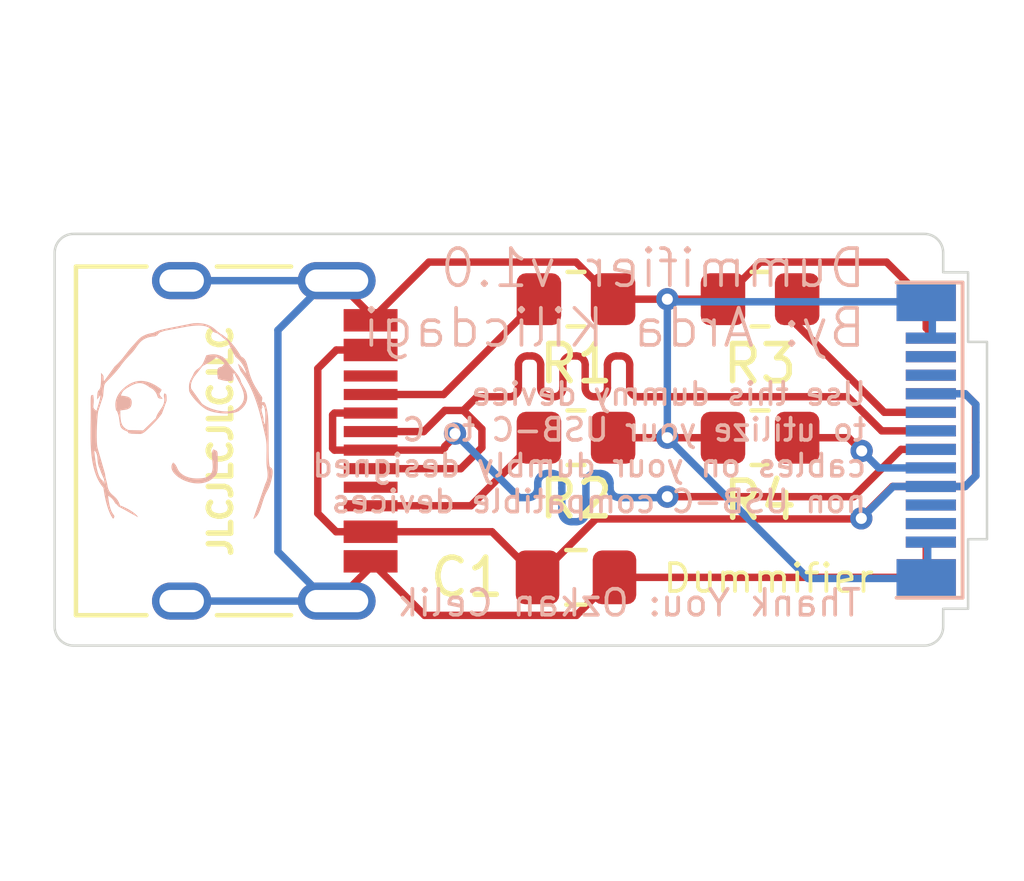
<source format=kicad_pcb>
(kicad_pcb (version 20240108) (generator "pcbnew") (generator_version "8.0")
  (layers (0 "F.Cu" signal) (31 "B.Cu" signal) (34 "B.Paste" user) (35 "F.Paste" user) (36 "B.SilkS" user "B.Silkscreen") (37 "F.SilkS" user "F.Silkscreen") (38 "B.Mask" user) (39 "F.Mask" user) (44 "Edge.Cuts" user))
  (net 0 "")
  (net 1 "Net-(C1-Pad1)")
  (net 2 "GND")
  (net 3 "Net-(J1-D--PadA7)")
  (net 5 "Net-(J1-D+-PadA6)")
  (net 6 "Net-(J1-CC1)")
  (net 7 "Net-(J1-CC2)")
  (net 12 "Net-(j2-VCONN)")
  (net 17 "Net-(j2-CC)")
  (footprint "Resistor_SMD:R_0805_2012Metric_Pad1.20x1.40mm_HandSolder" (layer "F.Cu") (at 34.5375 21.5 180)
    (property "Reference" "R1")
    (property "Value" "5.1K")
  )
  (footprint "Capacitor_SMD:C_0805_2012Metric_Pad1.18x1.45mm_HandSolder" (layer "F.Cu") (at 34.5375 29)
    (property "Reference" "C1")
    (property "Value" "100nf")
  )
  (footprint "dummifier:CONN_USBC-PLUG_24_PIN-2" (layer "F.Cu") (at 44.95 25.33 90)
    (property "Reference" "j2" (hide yes))
    (property "Value" "usb-c-plug-male-24p")
  )
  (footprint "Resistor_SMD:R_0805_2012Metric_Pad1.20x1.40mm_HandSolder" (layer "F.Cu") (at 34.5375 25.235 180)
    (property "Reference" "R2")
    (property "Value" "5.1K")
  )
  (footprint "Resistor_SMD:R_0805_2012Metric_Pad1.20x1.40mm_HandSolder" (layer "F.Cu") (at 39.5 21.5)
    (property "Reference" "R3")
    (property "Value" "56K")
  )
  (footprint "Resistor_SMD:R_0805_2012Metric_Pad1.20x1.40mm_HandSolder" (layer "F.Cu") (at 39.5 25.235)
    (property "Reference" "R4")
    (property "Value" "56K")
  )
  (footprint "Connector_USB:USB_C_Receptacle_HRO_TYPE-C-31-M-12" (layer "F.Cu") (at 24.955 25.32 -90)
    (property "Reference" "J1" (hide yes))
    (property "Value" "USB_C_Receptacle_USB2.0_16P")
  )
  (gr_poly (pts (xy 24.352538 22.145233) (xy 24.396154 22.147342) (xy 24.438627 22.151301) (xy 24.479992 22.157209) (xy 24.520286 22.165165) (xy 24.559544 22.175268) (xy 24.597801 22.187615) (xy 24.635094 22.202306) (xy 24.671457 22.21944) (xy 24.706927 22.239114) (xy 24.741539 22.261427) (xy 24.775329 22.286479) (xy 24.808333 22.314367) (xy 24.840586 22.34519) (xy 24.950926 22.430477) (xy 24.950884 22.430518) (xy 24.992008 22.453895) (xy 25.033176 22.481302) (xy 25.07419 22.512298) (xy 25.114852 22.546446) (xy 25.154965 22.583305) (xy 25.194331 22.622437) (xy 25.232753 22.663403) (xy 25.270033 22.705762) (xy 25.305973 22.749077) (xy 25.340377 22.792907) (xy 25.373045 22.836813) (xy 25.403781 22.880357) (xy 25.432388 22.923099) (xy 25.458666 22.964599) (xy 25.48242 23.004419) (xy 25.50345 23.042119) (xy 25.525573 23.052674) (xy 25.545625 23.064412) (xy 25.56376 23.07733) (xy 25.58013 23.09142) (xy 25.594887 23.106679) (xy 25.608184 23.123099) (xy 25.620173 23.140677) (xy 25.631007 23.159405) (xy 25.649818 23.200295) (xy 25.665837 23.245724) (xy 25.694374 23.350028) (xy 25.726372 23.471966) (xy 25.746717 23.539439) (xy 25.771585 23.611189) (xy 25.802195 23.687173) (xy 25.839768 23.767347) (xy 25.885521 23.851667) (xy 25.940674 23.94009) (xy 25.94779 23.950936) (xy 25.95391 23.960545) (xy 25.959311 23.969264) (xy 25.96427 23.977442) (xy 25.973963 23.993564) (xy 25.97925 24.002203) (xy 25.985199 24.011693) (xy 26.002348 24.037939) (xy 26.017563 24.060115) (xy 26.042455 24.09464) (xy 26.052267 24.108179) (xy 26.06041 24.120028) (xy 26.066951 24.130783) (xy 26.071958 24.141039) (xy 26.073907 24.146166) (xy 26.075496 24.151391) (xy 26.076736 24.156789) (xy 26.077633 24.162434) (xy 26.078196 24.1684) (xy 26.078434 24.174763) (xy 26.077966 24.188973) (xy 26.076296 24.205659) (xy 26.073491 24.225416) (xy 26.064739 24.276524) (xy 26.072365 24.278069) (xy 26.08027 24.277303) (xy 26.096933 24.272733) (xy 26.105699 24.270872) (xy 26.114759 24.27059) (xy 26.124118 24.27286) (xy 26.12891 24.275256) (xy 26.133779 24.278653) (xy 26.138724 24.283175) (xy 26.143746 24.288943) (xy 26.154023 24.3047) (xy 26.164614 24.326898) (xy 26.175523 24.356508) (xy 26.186753 24.394503) (xy 26.19831 24.441854) (xy 26.210195 24.499535) (xy 26.222414 24.568517) (xy 26.231299 24.637257) (xy 26.237904 24.719317) (xy 26.245648 24.914498) (xy 26.248394 25.136256) (xy 26.248888 25.366783) (xy 26.249876 25.588277) (xy 26.254104 25.782931) (xy 26.258292 25.864629) (xy 26.264319 25.932941) (xy 26.27253 25.98564) (xy 26.283268 26.0205) (xy 26.28709 26.025358) (xy 26.292973 26.029448) (xy 26.308952 26.038207) (xy 26.318063 26.044316) (xy 26.327265 26.052536) (xy 26.336065 26.063589) (xy 26.343973 26.078192) (xy 26.350493 26.097067) (xy 26.355136 26.120932) (xy 26.357408 26.150508) (xy 26.356816 26.186514) (xy 26.352869 26.229669) (xy 26.345073 26.280694) (xy 26.332938 26.340309) (xy 26.315969 26.409232) (xy 26.306565 26.443366) (xy 26.297388 26.47401) (xy 26.288388 26.501561) (xy 26.279515 26.52642) (xy 26.270719 26.548985) (xy 26.261951 26.569655) (xy 26.253159 26.58883) (xy 26.244294 26.606909) (xy 26.226145 26.641374) (xy 26.207104 26.676244) (xy 26.18677 26.714711) (xy 26.175993 26.736292) (xy 26.164743 26.75997) (xy 26.145288 26.805079) (xy 26.127374 26.852079) (xy 26.110637 26.900469) (xy 26.094714 26.949747) (xy 26.063848 27.048966) (xy 26.048177 27.097905) (xy 26.031862 27.145729) (xy 26.014539 27.191938) (xy 25.995842 27.23603) (xy 25.975408 27.277504) (xy 25.964426 27.297103) (xy 25.952872 27.31586) (xy 25.940703 27.333712) (xy 25.927871 27.350597) (xy 25.914331 27.366452) (xy 25.900039 27.381214) (xy 25.884948 27.394821) (xy 25.869013 27.40721) (xy 25.852188 27.418318) (xy 25.834427 27.428084) (xy 26.155317 26.486539) (xy 26.17607 26.442958) (xy 26.184775 26.422324) (xy 26.192435 26.402386) (xy 26.1991 26.383086) (xy 26.204822 26.364367) (xy 26.209652 26.346173) (xy 26.213643 26.328446) (xy 26.219308 26.294165) (xy 26.222228 26.261071) (xy 26.222815 26.228705) (xy 26.221479 26.196614) (xy 26.218631 26.16434) (xy 26.214681 26.131429) (xy 26.205123 26.061868) (xy 26.200335 26.024307) (xy 26.19609 25.984284) (xy 26.192798 25.941344) (xy 26.190871 25.89503) (xy 26.190248 25.808361) (xy 26.191492 25.721902) (xy 26.194256 25.549661) (xy 26.193114 25.463904) (xy 26.191331 25.421121) (xy 26.188516 25.378405) (xy 26.184505 25.335756) (xy 26.179131 25.293176) (xy 26.172227 25.250667) (xy 26.163627 25.20823) (xy 26.112186 24.981707) (xy 26.057869 24.75613) (xy 25.998511 24.53322) (xy 25.98244 24.478438) (xy 26.057759 24.478438) (xy 26.057959 24.482486) (xy 26.060124 24.500801) (xy 26.063409 24.520032) (xy 26.067603 24.539976) (xy 26.072497 24.560428) (xy 26.094856 24.643262) (xy 26.104761 24.682446) (xy 26.108658 24.700768) (xy 26.111572 24.717972) (xy 26.113291 24.733855) (xy 26.113606 24.748213) (xy 26.113171 24.754757) (xy 26.112306 24.760844) (xy 26.110985 24.766448) (xy 26.109181 24.771543) (xy 26.110747 24.777732) (xy 26.115168 24.792995) (xy 26.121563 24.813537) (xy 26.12905 24.835565) (xy 26.132928 24.845951) (xy 26.136749 24.855285) (xy 26.140402 24.863094) (xy 26.143777 24.868904) (xy 26.145327 24.87091) (xy 26.146765 24.872239) (xy 26.148079 24.872831) (xy 26.149255 24.872626) (xy 26.150278 24.871566) (xy 26.151136 24.869591) (xy 26.151814 24.866642) (xy 26.152299 24.862659) (xy 26.157012 24.773827) (xy 26.160733 24.693491) (xy 26.159659 24.613866) (xy 26.157307 24.558267) (xy 26.155173 24.529087) (xy 26.152206 24.499963) (xy 26.148265 24.471629) (xy 26.143203 24.444818) (xy 26.136877 24.420262) (xy 26.133194 24.409059) (xy 26.129142 24.398695) (xy 26.124702 24.389262) (xy 26.119855 24.38085) (xy 26.114584 24.373552) (xy 26.108871 24.367459) (xy 26.102697 24.362664) (xy 26.096045 24.359257) (xy 26.088897 24.357329) (xy 26.081234 24.356974) (xy 26.080496 24.357099) (xy 26.079743 24.357383) (xy 26.07898 24.357815) (xy 26.078213 24.358388) (xy 26.077449 24.359091) (xy 26.076693 24.359916) (xy 26.075951 24.360853) (xy 26.075229 24.361893) (xy 26.073868 24.364246) (xy 26.072656 24.366902) (xy 26.071641 24.369785) (xy 26.070868 24.372823) (xy 26.070587 24.374377) (xy 26.070385 24.375942) (xy 26.070267 24.377509) (xy 26.070238 24.379069) (xy 26.070306 24.380612) (xy 26.070475 24.382129) (xy 26.070752 24.38361) (xy 26.071142 24.385048) (xy 26.071651 24.386432) (xy 26.072285 24.387754) (xy 26.07305 24.389003) (xy 26.073952 24.390172) (xy 26.074996 24.39125) (xy 26.076189 24.392229) (xy 26.077536 24.393099) (xy 26.079043 24.393851) (xy 26.081067 24.394887) (xy 26.082689 24.396065) (xy 26.083933 24.397381) (xy 26.084821 24.398832) (xy 26.085376 24.400416) (xy 26.085621 24.402129) (xy 26.085578 24.403969) (xy 26.085271 24.405933) (xy 26.084722 24.408016) (xy 26.083955 24.410218) (xy 26.081855 24.414963) (xy 26.079154 24.420143) (xy 26.076035 24.425735) (xy 26.069274 24.438061) (xy 26.065996 24.444749) (xy 26.063032 24.451754) (xy 26.061724 24.455369) (xy 26.060563 24.459054) (xy 26.059572 24.462807) (xy 26.058773 24.466625) (xy 26.05819 24.470505) (xy 26.057844 24.474443) (xy 26.057759 24.478438) (xy 25.98244 24.478438) (xy 25.966265 24.423305) (xy 25.931946 24.314703) (xy 25.895284 24.20763) (xy 25.856007 24.102302) (xy 25.813846 23.998933) (xy 25.768529 23.89774) (xy 25.719786 23.798938) (xy 25.667345 23.702742) (xy 25.610937 23.609368) (xy 25.55029 23.519031) (xy 25.518286 23.475038) (xy 25.509994 23.463116) (xy 25.502124 23.451157) (xy 25.498432 23.445215) (xy 25.494947 23.439326) (xy 25.491703 23.433511) (xy 25.488733 23.427791) (xy 25.483397 23.416694) (xy 25.478334 23.405482) (xy 25.468929 23.382742) (xy 25.46032 23.359618) (xy 25.452311 23.336158) (xy 25.444705 23.312412) (xy 25.437306 23.288427) (xy 25.422339 23.239936) (xy 25.439369 23.252533) (xy 25.455766 23.266189) (xy 25.471575 23.280793) (xy 25.486845 23.296233) (xy 25.501622 23.312397) (xy 25.515954 23.329175) (xy 25.529887 23.346455) (xy 25.543468 23.364125) (xy 25.645126 23.506173) (xy 25.639981 23.480289) (xy 25.633494 23.454511) (xy 25.625762 23.428913) (xy 25.616884 23.403567) (xy 25.606958 23.378549) (xy 25.596081 23.35393) (xy 25.58435 23.329784) (xy 25.571865 23.306186) (xy 25.558722 23.283207) (xy 25.545019 23.260922) (xy 25.530854 23.239404) (xy 25.516326 23.218726) (xy 25.501531 23.198962) (xy 25.486568 23.180185) (xy 25.471534 23.162468) (xy 25.456528 23.145885) (xy 25.354829 23.052248) (xy 25.200668 22.76563) (xy 25.200396 22.764656) (xy 25.200123 22.763548) (xy 25.199574 22.761002) (xy 25.198461 22.755119) (xy 25.197325 22.749189) (xy 25.196747 22.746584) (xy 25.196455 22.745438) (xy 25.196161 22.744422) (xy 25.166851 22.672033) (xy 25.162948 22.663069) (xy 25.158698 22.654841) (xy 25.154108 22.64728) (xy 25.149181 22.640317) (xy 25.143921 22.633882) (xy 25.138334 22.627905) (xy 25.132425 22.622317) (xy 25.126197 22.617049) (xy 25.119656 22.612031) (xy 25.112806 22.607194) (xy 25.105651 22.602467) (xy 25.098198 22.597782) (xy 25.065482 22.578065) (xy 24.932488 22.467477) (xy 24.93128 22.467127) (xy 24.929882 22.466558) (xy 24.926569 22.464825) (xy 24.922652 22.462393) (xy 24.918235 22.459379) (xy 24.908318 22.452074) (xy 24.897653 22.44384) (xy 24.88707 22.435611) (xy 24.877404 22.428317) (xy 24.873174 22.425312) (xy 24.869486 22.422891) (xy 24.866444 22.42117) (xy 24.865197 22.420608) (xy 24.864151 22.420266) (xy 24.847055 22.415905) (xy 24.831548 22.411489) (xy 24.817526 22.407015) (xy 24.804886 22.402482) (xy 24.793523 22.397888) (xy 24.783333 22.393231) (xy 24.774214 22.38851) (xy 24.76606 22.383724) (xy 24.758769 22.37887) (xy 24.752236 22.373947) (xy 24.746357 22.368953) (xy 24.741028 22.363887) (xy 24.731607 22.35353) (xy 24.723141 22.342865) (xy 24.705752 22.320552) (xy 24.695167 22.308879) (xy 24.689039 22.302907) (xy 24.682214 22.296843) (xy 24.67459 22.290685) (xy 24.666062 22.284432) (xy 24.656526 22.278081) (xy 24.645879 22.271632) (xy 24.634017 22.265082) (xy 24.620836 22.25843) (xy 24.606231 22.251675) (xy 24.5901 22.244814) (xy 24.565469 22.235836) (xy 24.539259 22.228316) (xy 24.482451 22.217382) (xy 24.420378 22.21148) (xy 24.353738 22.210078) (xy 24.283233 22.212646) (xy 24.209562 22.218651) (xy 24.133425 22.227563) (xy 24.055523 22.23885) (xy 23.452764 22.350895) (xy 23.320596 22.395461) (xy 23.298432 22.415723) (xy 23.281698 22.430941) (xy 23.270904 22.440605) (xy 23.268986 22.442609) (xy 23.26669 22.44555) (xy 23.261159 22.453495) (xy 23.2547 22.462946) (xy 23.251244 22.467768) (xy 23.247702 22.472407) (xy 23.244121 22.476675) (xy 23.240552 22.480384) (xy 23.238786 22.481971) (xy 23.237041 22.483349) (xy 23.235324 22.484493) (xy 23.233639 22.485382) (xy 23.231994 22.48599) (xy 23.230393 22.486296) (xy 23.228844 22.486275) (xy 23.227353 22.485905) (xy 23.225924 22.485161) (xy 23.224565 22.484021) (xy 23.223282 22.482461) (xy 23.22208 22.480458) (xy 23.221653 22.47978) (xy 23.221171 22.479276) (xy 23.220638 22.478936) (xy 23.220055 22.478753) (xy 23.219425 22.478717) (xy 23.218752 22.478821) (xy 23.218038 22.479055) (xy 23.217285 22.479412) (xy 23.216496 22.479882) (xy 23.215674 22.480457) (xy 23.213941 22.481888) (xy 23.212108 22.483638) (xy 23.210195 22.485636) (xy 23.206216 22.490109) (xy 23.202175 22.49476) (xy 23.200184 22.496981) (xy 23.198242 22.499042) (xy 23.19637 22.500875) (xy 23.194589 22.50241) (xy 23.161439 22.504363) (xy 23.129864 22.507288) (xy 23.099808 22.511146) (xy 23.071217 22.515899) (xy 23.044035 22.521506) (xy 23.018207 22.52793) (xy 22.993678 22.535132) (xy 22.970392 22.543071) (xy 22.948295 22.55171) (xy 22.927332 22.561009) (xy 22.907447 22.57093) (xy 22.888585 22.581433) (xy 22.870691 22.592478) (xy 22.853709 22.604029) (xy 22.837586 22.616044) (xy 22.822265 22.628485) (xy 22.807691 22.641314) (xy 22.79381 22.654491) (xy 22.767904 22.681734) (xy 22.744105 22.709901) (xy 22.721972 22.738681) (xy 22.641279 22.853686) (xy 22.621262 22.880207) (xy 22.600431 22.905859) (xy 22.578807 22.930931) (xy 22.556409 22.955714) (xy 22.459471 23.057756) (xy 22.40687 23.114588) (xy 22.379606 23.145471) (xy 22.351727 23.178387) (xy 22.32325 23.213626) (xy 22.294197 23.251477) (xy 22.264587 23.292231) (xy 22.23444 23.336179) (xy 22.15157 23.436337) (xy 22.080669 23.517957) (xy 22.020739 23.583552) (xy 21.970781 23.635633) (xy 21.89679 23.709304) (xy 21.870759 23.735918) (xy 21.850707 23.759068) (xy 21.835634 23.781264) (xy 21.829653 23.792791) (xy 21.824543 23.805021) (xy 21.816434 23.83285) (xy 21.810309 23.867263) (xy 21.80517 23.910772) (xy 21.800019 23.965889) (xy 21.785682 24.120999) (xy 21.653473 24.523868) (xy 21.641648 24.612808) (xy 21.63091 24.737) (xy 21.622232 24.884163) (xy 21.616587 25.042018) (xy 21.614944 25.198283) (xy 21.618278 25.340679) (xy 21.622114 25.402838) (xy 21.627558 25.456925) (xy 21.634733 25.501405) (xy 21.643758 25.534742) (xy 21.838806 26.207983) (xy 21.8413 26.233825) (xy 21.8442 26.257273) (xy 21.847466 26.278688) (xy 21.851059 26.298436) (xy 21.854943 26.31688) (xy 21.859076 26.334383) (xy 21.867941 26.368019) (xy 21.877344 26.402255) (xy 21.886977 26.439998) (xy 21.891783 26.461093) (xy 21.896531 26.484156) (xy 21.901181 26.509549) (xy 21.905696 26.537637) (xy 21.91121 26.563461) (xy 21.917478 26.587357) (xy 21.924456 26.609457) (xy 21.932101 26.629893) (xy 21.94037 26.648797) (xy 21.949221 26.666302) (xy 21.958611 26.682539) (xy 21.968496 26.69764) (xy 21.978834 26.711738) (xy 21.989582 26.724964) (xy 22.000697 26.737451) (xy 22.012136 26.749331) (xy 22.035815 26.771795) (xy 22.060275 26.793415) (xy 22.085174 26.815245) (xy 22.110168 26.838344) (xy 22.134915 26.863766) (xy 22.147087 26.877679) (xy 22.15907 26.892569) (xy 22.170818 26.908568) (xy 22.182291 26.925808) (xy 22.193443 26.944422) (xy 22.204234 26.964541) (xy 22.214619 26.986297) (xy 22.224557 27.009823) (xy 22.234003 27.03525) (xy 22.242915 27.062711) (xy 22.243685 27.062831) (xy 22.244474 27.062975) (xy 22.245284 27.063143) (xy 22.246114 27.063336) (xy 22.246966 27.063554) (xy 22.247839 27.063798) (xy 22.248735 27.064068) (xy 22.249654 27.064365) (xy 22.278257 27.07446) (xy 22.309368 27.086715) (xy 22.342491 27.100942) (xy 22.377128 27.116952) (xy 22.412784 27.134557) (xy 22.448963 27.15357) (xy 22.485168 27.173802) (xy 22.520904 27.195065) (xy 22.555673 27.21717) (xy 22.58898 27.239931) (xy 22.620329 27.263159) (xy 22.649223 27.286665) (xy 22.675166 27.310262) (xy 22.697662 27.333761) (xy 22.707462 27.345415) (xy 22.716214 27.356975) (xy 22.723857 27.368416) (xy 22.730327 27.379715) (xy 22.234688 27.107359) (xy 22.233238 27.106989) (xy 22.231738 27.106558) (xy 22.23019 27.10606) (xy 22.228591 27.105491) (xy 22.226943 27.104846) (xy 22.225244 27.104118) (xy 22.223493 27.103304) (xy 22.221692 27.102398) (xy 22.219838 27.101396) (xy 22.217933 27.100291) (xy 22.215974 27.099079) (xy 22.213963 27.097755) (xy 22.211898 27.096314) (xy 22.209779 27.094751) (xy 22.207606 27.09306) (xy 22.205378 27.091236) (xy 22.198474 27.087433) (xy 22.199358 27.087642) (xy 22.200215 27.087831) (xy 22.200635 27.087917) (xy 22.201049 27.087997) (xy 22.201459 27.08807) (xy 22.201864 27.088136) (xy 22.196424 27.083027) (xy 22.190801 27.07738) (xy 22.185065 27.071323) (xy 22.179284 27.064981) (xy 22.167865 27.051947) (xy 22.157096 27.039291) (xy 22.147531 27.028022) (xy 22.139722 27.019152) (xy 22.136649 27.015931) (xy 22.134222 27.01369) (xy 22.133273 27.012975) (xy 22.132511 27.012553) (xy 22.131945 27.012438) (xy 22.131584 27.012647) (xy 22.12948 27.015267) (xy 22.127454 27.016862) (xy 22.12547 27.017475) (xy 22.12349 27.017148) (xy 22.121478 27.015925) (xy 22.119396 27.013847) (xy 22.114878 27.007303) (xy 22.086677 26.955539) (xy 22.075622 26.937915) (xy 22.062377 26.919104) (xy 22.046646 26.899447) (xy 22.028136 26.879289) (xy 22.017747 26.869128) (xy 22.006553 26.85897) (xy 21.994516 26.848858) (xy 21.9816 26.838835) (xy 21.967769 26.828943) (xy 21.952985 26.819225) (xy 21.937212 26.809725) (xy 21.920413 26.800484) (xy 21.9251 26.84338) (xy 21.930807 26.888395) (xy 21.937562 26.934712) (xy 21.945393 26.981512) (xy 21.95433 27.027976) (xy 21.964399 27.073287) (xy 21.975629 27.116626) (xy 21.981688 27.137301) (xy 21.988047 27.157175) (xy 21.994259 27.174893) (xy 22.000554 27.191319) (xy 22.006899 27.206521) (xy 22.013258 27.220568) (xy 22.019597 27.233528) (xy 22.025882 27.245469) (xy 22.032079 27.256459) (xy 22.038152 27.266567) (xy 22.044068 27.27586) (xy 22.049792 27.284408) (xy 22.060526 27.299539) (xy 22.070079 27.312505) (xy 22.078176 27.323852) (xy 22.081592 27.32909) (xy 22.084541 27.334127) (xy 22.086988 27.339033) (xy 22.088898 27.343876) (xy 22.090238 27.348723) (xy 22.090973 27.353644) (xy 22.091068 27.358705) (xy 22.090489 27.363977) (xy 22.089201 27.369526) (xy 22.087171 27.375421) (xy 22.084363 27.381731) (xy 22.080744 27.388523) (xy 22.076278 27.395866) (xy 22.070931 27.403828) (xy 22.06467 27.412478) (xy 22.057459 27.421883) (xy 22.030245 27.384515) (xy 22.00449 27.342048) (xy 21.980193 27.295151) (xy 21.957353 27.244493) (xy 21.935968 27.190745) (xy 21.916039 27.134575) (xy 21.897563 27.076653) (xy 21.88054 27.017649) (xy 21.864968 26.958232) (xy 21.850846 26.899072) (xy 21.82695 26.784201) (xy 21.808842 26.678391) (xy 21.796514 26.586998) (xy 21.755649 26.536662) (xy 21.71804 26.483824) (xy 21.683555 26.428626) (xy 21.652064 26.371206) (xy 21.623434 26.311705) (xy 21.597535 26.250263) (xy 21.553403 26.122113) (xy 21.518617 25.987875) (xy 21.492127 25.848667) (xy 21.472884 25.705608) (xy 21.461596 25.579473) (xy 21.548549 25.579473) (xy 21.554682 25.653424) (xy 21.56491 25.747005) (xy 21.57917 25.8531) (xy 21.597394 25.964592) (xy 21.607972 26.020138) (xy 21.619517 26.074365) (xy 21.632021 26.126383) (xy 21.645474 26.175303) (xy 21.659869 26.220235) (xy 21.675197 26.26029) (xy 21.691451 26.294577) (xy 21.708622 26.322208) (xy 21.725887 26.344796) (xy 21.740407 26.362038) (xy 21.752477 26.374752) (xy 21.762392 26.383757) (xy 21.770446 26.389872) (xy 21.776935 26.393914) (xy 21.786395 26.399056) (xy 21.789956 26.401793) (xy 21.793131 26.405732) (xy 21.796214 26.41169) (xy 21.799501 26.420487) (xy 21.803285 26.432941) (xy 21.807862 26.449871) (xy 21.820574 26.50043) (xy 21.820787 26.477274) (xy 21.820547 26.453548) (xy 21.819644 26.425845) (xy 21.817757 26.397257) (xy 21.816344 26.383596) (xy 21.814563 26.370874) (xy 21.812375 26.359476) (xy 21.809739 26.349788) (xy 21.808241 26.345707) (xy 21.806615 26.342198) (xy 21.804858 26.33931) (xy 21.802963 26.337091) (xy 21.729748 26.167882) (xy 21.725278 26.153383) (xy 21.720636 26.139374) (xy 21.710971 26.112638) (xy 21.701031 26.087304) (xy 21.691094 26.062999) (xy 21.681435 26.039354) (xy 21.672333 26.015996) (xy 21.668077 26.004309) (xy 21.664063 25.992554) (xy 21.660328 25.980687) (xy 21.656905 25.968659) (xy 21.650679 25.942048) (xy 21.645975 25.915165) (xy 21.642451 25.888131) (xy 21.639765 25.861072) (xy 21.635541 25.807374) (xy 21.63332 25.780982) (xy 21.63057 25.75506) (xy 21.626951 25.729731) (xy 21.622119 25.705121) (xy 21.615734 25.681353) (xy 21.611852 25.669823) (xy 21.607454 25.65855) (xy 21.602497 25.647549) (xy 21.596937 25.636837) (xy 21.590733 25.626427) (xy 21.583842 25.616337) (xy 21.576221 25.606581) (xy 21.567827 25.597174) (xy 21.558617 25.588134) (xy 21.548549 25.579473) (xy 21.461596 25.579473) (xy 21.459837 25.559816) (xy 21.451935 25.412409) (xy 21.448128 25.264507) (xy 21.448599 24.97169) (xy 21.452848 24.690312) (xy 21.452473 24.429321) (xy 21.451075 24.350145) (xy 21.450645 24.284017) (xy 21.451134 24.22977) (xy 21.452489 24.18624) (xy 21.453476 24.168129) (xy 21.45466 24.152261) (xy 21.456036 24.13849) (xy 21.457597 24.126669) (xy 21.459336 24.116654) (xy 21.461248 24.108298) (xy 21.463325 24.101456) (xy 21.465562 24.095982) (xy 21.467953 24.091732) (xy 21.47049 24.088558) (xy 21.473168 24.086315) (xy 21.475979 24.084859) (xy 21.478919 24.084042) (xy 21.48198 24.08372) (xy 21.488441 24.083976) (xy 21.495312 24.084462) (xy 21.498885 24.084427) (xy 21.502542 24.084013) (xy 21.506275 24.083074) (xy 21.51008 24.081463) (xy 21.513948 24.079037) (xy 21.517874 24.075648) (xy 21.523004 24.103631) (xy 21.527095 24.129987) (xy 21.530238 24.154785) (xy 21.532521 24.178095) (xy 21.534033 24.199986) (xy 21.534863 24.220528) (xy 21.5351 24.239789) (xy 21.534834 24.25784) (xy 21.534153 24.274749) (xy 21.533146 24.290586) (xy 21.530511 24.319323) (xy 21.525249 24.366989) (xy 21.524454 24.377267) (xy 21.524045 24.387029) (xy 21.524112 24.396343) (xy 21.524744 24.40528) (xy 21.526028 24.413908) (xy 21.528056 24.422297) (xy 21.530914 24.430517) (xy 21.534693 24.438637) (xy 21.539482 24.446726) (xy 21.545368 24.454855) (xy 21.552443 24.463091) (xy 21.560794 24.471505) (xy 21.57051 24.480165) (xy 21.581681 24.489143) (xy 21.594395 24.498506) (xy 21.608742 24.508324) (xy 21.673529 24.295732) (xy 21.688562 24.240272) (xy 21.695047 24.21303) (xy 21.700638 24.186315) (xy 21.705178 24.160279) (xy 21.708512 24.135073) (xy 21.710483 24.11085) (xy 21.710937 24.087761) (xy 21.626229 24.207898) (xy 21.627228 24.129706) (xy 21.630652 24.070465) (xy 21.636141 24.027052) (xy 21.643337 23.996343) (xy 21.651881 23.975217) (xy 21.661413 23.960549) (xy 21.682009 23.938101) (xy 21.692354 23.924074) (xy 21.702252 23.904015) (xy 21.711344 23.874802) (xy 21.71927 23.833311) (xy 21.725673 23.776419) (xy 21.730192 23.701004) (xy 21.732469 23.603943) (xy 21.732145 23.482113) (xy 21.764465 23.523745) (xy 21.775755 23.538652) (xy 21.784297 23.550554) (xy 21.790468 23.560154) (xy 21.794642 23.56815) (xy 21.797193 23.575244) (xy 21.798498 23.582138) (xy 21.798931 23.589531) (xy 21.798866 23.598126) (xy 21.798746 23.621721) (xy 21.79944 23.638123) (xy 21.801137 23.65853) (xy 21.804212 23.683642) (xy 21.80904 23.714161) (xy 22.098304 23.312738) (xy 22.138002 23.277071) (xy 22.175146 23.241389) (xy 22.210013 23.205724) (xy 22.242882 23.170106) (xy 22.274028 23.134568) (xy 22.30373 23.099141) (xy 22.359911 23.028745) (xy 22.467142 22.890671) (xy 22.494499 22.856902) (xy 22.522631 22.823496) (xy 22.551814 22.790485) (xy 22.582326 22.757899) (xy 22.606 22.733) (xy 22.625667 22.711564) (xy 22.642567 22.692504) (xy 22.657939 22.674736) (xy 22.689064 22.638737) (xy 22.707297 22.618337) (xy 22.728963 22.594891) (xy 22.747042 22.57659) (xy 22.766143 22.55908) (xy 22.78626 22.54238) (xy 22.807384 22.526513) (xy 22.829509 22.511499) (xy 22.852628 22.497358) (xy 22.876733 22.484112) (xy 22.901816 22.471782) (xy 22.92787 22.460388) (xy 22.954889 22.449952) (xy 22.982864 22.440493) (xy 23.011789 22.432034) (xy 23.041656 22.424595) (xy 23.072457 22.418197) (xy 23.104186 22.412861) (xy 23.136835 22.408607) (xy 23.154451 22.39959) (xy 23.162944 22.395323) (xy 23.166828 22.393435) (xy 23.170363 22.391782) (xy 23.328782 22.329935) (xy 23.369081 22.320881) (xy 23.401697 22.313358) (xy 23.427322 22.307293) (xy 23.446646 22.302614) (xy 23.469145 22.297117) (xy 23.47191 22.296495) (xy 23.473702 22.296154) (xy 23.474609 22.296087) (xy 23.474757 22.296153) (xy 23.474716 22.296284) (xy 24.214475 22.149026) (xy 24.261734 22.146174) (xy 24.307743 22.144877)) (stroke (width -0.000001)) (fill solid) (layer "B.SilkS"))
  (gr_poly (pts (xy 24.788123 22.985931) (xy 24.811106 22.987696) (xy 24.834254 22.990752) (xy 24.857685 22.995194) (xy 24.88152 23.001117) (xy 24.905876 23.008617) (xy 24.930874 23.017787) (xy 24.956631 23.028725) (xy 24.977177 23.03808) (xy 24.985837 23.04212) (xy 24.993628 23.045878) (xy 25.000705 23.04946) (xy 25.007221 23.052974) (xy 25.013334 23.056525) (xy 25.019195 23.060221) (xy 25.024962 23.064169) (xy 25.030788 23.068475) (xy 25.036827 23.073245) (xy 25.043236 23.078588) (xy 25.050168 23.084609) (xy 25.057778 23.091415) (xy 25.075652 23.10781) (xy 25.158417 23.219101) (xy 25.182148 23.25204) (xy 25.207252 23.284609) (xy 25.233383 23.316868) (xy 25.260194 23.348878) (xy 25.314471 23.412389) (xy 25.367309 23.475628) (xy 25.392322 23.507296) (xy 25.415936 23.539077) (xy 25.437804 23.571033) (xy 25.457579 23.603222) (xy 25.474915 23.635707) (xy 25.482561 23.652079) (xy 25.489466 23.668547) (xy 25.495589 23.685119) (xy 25.500885 23.701802) (xy 25.505311 23.718605) (xy 25.508825 23.735534) (xy 25.614575 23.920949) (xy 25.625294 23.943611) (xy 25.634883 23.966025) (xy 25.643355 23.988188) (xy 25.65072 24.010098) (xy 25.656987 24.031752) (xy 25.662169 24.05315) (xy 25.666276 24.074287) (xy 25.669317 24.095163) (xy 25.671305 24.115774) (xy 25.672249 24.136118) (xy 25.672161 24.156194) (xy 25.67105 24.175998) (xy 25.668928 24.195529) (xy 25.665805 24.214784) (xy 25.661692 24.233762) (xy 25.656599 24.252459) (xy 25.650537 24.270873) (xy 25.643517 24.289003) (xy 25.635549 24.306845) (xy 25.626644 24.324398) (xy 25.616813 24.341659) (xy 25.606066 24.358627) (xy 25.594414 24.375298) (xy 25.581868 24.39167) (xy 25.568438 24.407742) (xy 25.554135 24.423511) (xy 25.538969 24.438974) (xy 25.522951 24.45413) (xy 25.506092 24.468976) (xy 25.488403 24.48351) (xy 25.469894 24.497729) (xy 25.450575 24.511632) (xy 25.434849 24.521475) (xy 25.417076 24.530566) (xy 25.375879 24.546494) (xy 25.327964 24.55942) (xy 25.274313 24.569351) (xy 25.215903 24.576292) (xy 25.153717 24.58025) (xy 25.088734 24.581231) (xy 25.021934 24.57924) (xy 24.954298 24.574283) (xy 24.886805 24.566368) (xy 24.820435 24.555499) (xy 24.75617 24.541682) (xy 24.694988 24.524924) (xy 24.63787 24.50523) (xy 24.585796 24.482607) (xy 24.539747 24.457061) (xy 24.502897 24.432281) (xy 24.465669 24.404477) (xy 24.428419 24.374128) (xy 24.391507 24.341715) (xy 24.35529 24.30772) (xy 24.320127 24.272623) (xy 24.286376 24.236905) (xy 24.254395 24.201046) (xy 24.224542 24.165527) (xy 24.197175 24.130829) (xy 24.172653 24.097432) (xy 24.151334 24.065818) (xy 24.133577 24.036466) (xy 24.119738 24.009858) (xy 24.110177 23.986475) (xy 24.107112 23.976143) (xy 24.105251 23.966797) (xy 24.102955 23.929743) (xy 24.101716 23.896277) (xy 24.101541 23.865971) (xy 24.102197 23.845838) (xy 24.154105 23.845838) (xy 24.15514 23.868192) (xy 24.15779 23.890843) (xy 24.162137 23.913797) (xy 24.449747 24.313111) (xy 24.491664 24.344868) (xy 24.539953 24.375246) (xy 24.593743 24.403879) (xy 24.652161 24.4304) (xy 24.714336 24.454442) (xy 24.779396 24.475638) (xy 24.846467 24.493621) (xy 24.91468 24.508024) (xy 24.983161 24.518482) (xy 25.051038 24.524625) (xy 25.117439 24.526089) (xy 25.181493 24.522506) (xy 25.212367 24.518707) (xy 25.242327 24.513508) (xy 25.271264 24.506865) (xy 25.299069 24.49873) (xy 25.325633 24.489059) (xy 25.350848 24.477804) (xy 25.374603 24.464921) (xy 25.39679 24.450364) (xy 25.43163 24.423585) (xy 25.462461 24.396477) (xy 25.489443 24.36905) (xy 25.512736 24.341315) (xy 25.5325 24.313283) (xy 25.548894 24.284965) (xy 25.562079 24.256372) (xy 25.572212 24.227514) (xy 25.579455 24.198402) (xy 25.583967 24.169047) (xy 25.585908 24.139459) (xy 25.585437 24.10965) (xy 25.582714 24.07963) (xy 25.577899 24.04941) (xy 25.571151 24.019001) (xy 25.56263 23.988413) (xy 25.540908 23.926745) (xy 25.514011 23.864492) (xy 25.483215 23.80174) (xy 25.449798 23.738576) (xy 25.380212 23.611355) (xy 25.346598 23.547471) (xy 25.315472 23.483518) (xy 25.309978 23.496505) (xy 25.305312 23.508274) (xy 25.301422 23.518904) (xy 25.298253 23.528476) (xy 25.295754 23.537071) (xy 25.29387 23.544769) (xy 25.292549 23.551651) (xy 25.291737 23.557798) (xy 25.291382 23.56329) (xy 25.29143 23.568207) (xy 25.291828 23.572631) (xy 25.292523 23.576641) (xy 25.294591 23.583743) (xy 25.29721 23.590158) (xy 25.299953 23.596531) (xy 25.302396 23.603505) (xy 25.303373 23.607419) (xy 25.304114 23.611725) (xy 25.304569 23.616504) (xy 25.304682 23.621836) (xy 25.304402 23.627801) (xy 25.303674 23.634481) (xy 25.302447 23.641956) (xy 25.300666 23.650306) (xy 25.298278 23.659611) (xy 25.295232 23.669953) (xy 25.291472 23.681412) (xy 25.286947 23.694069) (xy 25.256322 23.699103) (xy 25.227445 23.702834) (xy 25.200098 23.70532) (xy 25.174061 23.706619) (xy 25.149115 23.70679) (xy 25.125042 23.70589) (xy 25.101623 23.703978) (xy 25.078639 23.701112) (xy 25.055871 23.697351) (xy 25.0331 23.692752) (xy 25.010107 23.687373) (xy 24.986674 23.681273) (xy 24.937611 23.667143) (xy 24.88416 23.650826) (xy 24.879398 23.622153) (xy 24.875318 23.595312) (xy 24.871904 23.570239) (xy 24.869139 23.546867) (xy 24.867007 23.525134) (xy 24.865492 23.504973) (xy 24.864577 23.486319) (xy 24.864248 23.469109) (xy 24.864486 23.453277) (xy 24.865276 23.438758) (xy 24.866602 23.425488) (xy 24.868447 23.413401) (xy 24.870796 23.402433) (xy 24.873631 23.392519) (xy 24.876937 23.383593) (xy 24.880697 23.375592) (xy 24.884896 23.368451) (xy 24.889517 23.362103) (xy 24.894543 23.356486) (xy 24.899959 23.351533) (xy 24.905748 23.34718) (xy 24.911894 23.343362) (xy 24.918381 23.340014) (xy 24.925192 23.337072) (xy 24.932312 23.33447) (xy 24.939723 23.332144) (xy 24.955357 23.32806) (xy 24.989414 23.320345) (xy 25.060976 23.234479) (xy 25.029635 23.201284) (xy 25.005386 23.175116) (xy 24.994937 23.164097) (xy 24.985081 23.154151) (xy 24.975423 23.145051) (xy 24.965571 23.136568) (xy 24.95513 23.128476) (xy 24.943708 23.120545) (xy 24.930911 23.11255) (xy 24.916345 23.104261) (xy 24.899617 23.095451) (xy 24.880333 23.085892) (xy 24.8581 23.075356) (xy 24.832525 23.063617) (xy 24.817441 23.079525) (xy 24.800428 23.095583) (xy 24.781686 23.111724) (xy 24.761414 23.127886) (xy 24.739811 23.144002) (xy 24.717077 23.16001) (xy 24.69341 23.175843) (xy 24.66901 23.191438) (xy 24.618808 23.221656) (xy 24.568064 23.250146) (xy 24.518373 23.276393) (xy 24.471327 23.299881) (xy 24.251728 23.579523) (xy 24.226768 23.61782) (xy 24.204472 23.657018) (xy 24.194522 23.67697) (xy 24.185475 23.697165) (xy 24.177411 23.717609) (xy 24.170409 23.738308) (xy 24.164549 23.759268) (xy 24.159909 23.780495) (xy 24.156569 23.801995) (xy 24.154608 23.823774) (xy 24.154105 23.845838) (xy 24.102197 23.845838) (xy 24.102439 23.838398) (xy 24.104417 23.81313) (xy 24.107485 23.789738) (xy 24.11165 23.767797) (xy 24.11692 23.746877) (xy 24.123303 23.726552) (xy 24.130808 23.706394) (xy 24.139442 23.685975) (xy 24.149214 23.664867) (xy 24.172203 23.618877) (xy 24.19984 23.565002) (xy 24.207562 23.549522) (xy 24.214101 23.535907) (xy 24.224517 23.513289) (xy 24.232859 23.495173) (xy 24.236805 23.487186) (xy 24.240897 23.479586) (xy 24.245355 23.472125) (xy 24.250402 23.464555) (xy 24.256257 23.456632) (xy 24.263144 23.448108) (xy 24.271283 23.438736) (xy 24.280895 23.42827) (xy 24.292202 23.416463) (xy 24.305425 23.403069) (xy 24.336786 23.380436) (xy 24.364383 23.359037) (xy 24.388598 23.338556) (xy 24.409812 23.31868) (xy 24.428405 23.299091) (xy 24.44476 23.279476) (xy 24.459257 23.259518) (xy 24.472278 23.238903) (xy 24.484204 23.217315) (xy 24.495417 23.194439) (xy 24.506297 23.169959) (xy 24.517226 23.143561) (xy 24.569058 23.012477) (xy 24.62186 23.001752) (xy 24.647022 22.997139) (xy 24.671515 22.993151) (xy 24.695459 22.989885) (xy 24.718972 22.987435) (xy 24.742175 22.985896) (xy 24.765185 22.985363)) (stroke (width -0.000001)) (fill solid) (layer "B.SilkS"))
  (gr_poly (pts (xy 24.778341 25.557705) (xy 24.798049 25.564633) (xy 24.814828 25.571399) (xy 24.828921 25.578292) (xy 24.835035 25.581875) (xy 24.840567 25.585598) (xy 24.845548 25.589496) (xy 24.850008 25.593605) (xy 24.853976 25.597961) (xy 24.857484 25.6026) (xy 24.86056 25.607559) (xy 24.863236 25.612872) (xy 24.865541 25.618576) (xy 24.867505 25.624707) (xy 24.869159 25.6313) (xy 24.870532 25.638392) (xy 24.872558 25.654216) (xy 24.873824 25.672466) (xy 24.875037 25.717392) (xy 24.876098 25.775472) (xy 24.877553 25.853302) (xy 24.878062 25.953394) (xy 24.87755 26.004342) (xy 24.876308 26.05192) (xy 24.87417 26.09315) (xy 24.872714 26.110453) (xy 24.870972 26.125052) (xy 24.867985 26.142677) (xy 24.864276 26.159328) (xy 24.859845 26.175091) (xy 24.854688 26.190048) (xy 24.848805 26.204284) (xy 24.842193 26.217881) (xy 24.834849 26.230923) (xy 24.826773 26.243495) (xy 24.817962 26.255678) (xy 24.808414 26.267558) (xy 24.798127 26.279217) (xy 24.787099 26.29074) (xy 24.775328 26.302209) (xy 24.762813 26.313708) (xy 24.74955 26.325322) (xy 24.735538 26.337132) (xy 24.692611 26.369237) (xy 24.647457 26.396446) (xy 24.600361 26.418954) (xy 24.551611 26.436955) (xy 24.501492 26.450645) (xy 24.45029 26.460219) (xy 24.398292 26.465872) (xy 24.345783 26.467799) (xy 24.29305 26.466195) (xy 24.240378 26.461255) (xy 24.188054 26.453174) (xy 24.136364 26.442146) (xy 24.085594 26.428368) (xy 24.03603 26.412035) (xy 23.987958 26.39334) (xy 23.941664 26.372479) (xy 23.897435 26.349648) (xy 23.855556 26.325041) (xy 23.816313 26.298853) (xy 23.779994 26.271279) (xy 23.746882 26.242515) (xy 23.717266 26.212755) (xy 23.69143 26.182194) (xy 23.669662 26.151028) (xy 23.652246 26.119451) (xy 23.63947 26.087658) (xy 23.631618 26.055845) (xy 23.628979 26.024207) (xy 23.631836 25.992938) (xy 23.640477 25.962234) (xy 23.655188 25.932289) (xy 23.676254 25.903299) (xy 23.688673 25.913149) (xy 23.700005 25.922952) (xy 23.71033 25.932713) (xy 23.719725 25.942439) (xy 23.728268 25.952134) (xy 23.736037 25.961805) (xy 23.743111 25.971457) (xy 23.749568 25.981095) (xy 23.760943 26.000352) (xy 23.770786 26.019623) (xy 23.788377 26.058379) (xy 23.797375 26.077955) (xy 23.807342 26.097721) (xy 23.818902 26.117723) (xy 23.825475 26.127826) (xy 23.832681 26.138005) (xy 23.840597 26.148265) (xy 23.849303 26.158612) (xy 23.858876 26.16905) (xy 23.869394 26.179587) (xy 23.880936 26.190227) (xy 23.893579 26.200977) (xy 23.907402 26.21184) (xy 23.922482 26.222824) (xy 23.94702 26.239047) (xy 23.972453 26.253905) (xy 23.998761 26.267419) (xy 24.025926 26.279612) (xy 24.053927 26.290507) (xy 24.082745 26.300127) (xy 24.11236 26.308494) (xy 24.142753 26.31563) (xy 24.173904 26.321559) (xy 24.205794 26.326302) (xy 24.238402 26.329883) (xy 24.271711 26.332323) (xy 24.305699 26.333647) (xy 24.340348 26.333875) (xy 24.375637 26.333031) (xy 24.411548 26.331138) (xy 24.461497 26.326215) (xy 24.506337 26.318546) (xy 24.546326 26.308279) (xy 24.581722 26.295563) (xy 24.612782 26.280548) (xy 24.639766 26.263382) (xy 24.66293 26.244214) (xy 24.682533 26.223194) (xy 24.698833 26.20047) (xy 24.712088 26.176191) (xy 24.722556 26.150507) (xy 24.730494 26.123566) (xy 24.736162 26.095518) (xy 24.739816 26.066511) (xy 24.741715 26.036694) (xy 24.742117 26.006217) (xy 24.739461 25.943877) (xy 24.733913 25.880683) (xy 24.722395 25.756499) (xy 24.720553 25.697893) (xy 24.721515 25.669984) (xy 24.724075 25.643202) (xy 24.728492 25.617696) (xy 24.735024 25.593616) (xy 24.743929 25.57111) (xy 24.755465 25.550328)) (stroke (width -0.000001)) (fill solid) (layer "B.SilkS"))
  (gr_poly (pts (xy 22.857064 23.704591) (xy 22.892362 23.708543) (xy 22.926848 23.7143) (xy 22.960466 23.721682) (xy 22.993162 23.730509) (xy 23.024881 23.740602) (xy 23.055569 23.751781) (xy 23.085169 23.763867) (xy 23.113629 23.776679) (xy 23.166906 23.803765) (xy 23.214963 23.831603) (xy 23.25736 23.858757) (xy 23.361607 23.931781) (xy 23.360363 23.942036) (xy 23.358535 23.951483) (xy 23.356195 23.960187) (xy 23.353416 23.968214) (xy 23.350273 23.975629) (xy 23.346838 23.982499) (xy 23.339389 23.994863) (xy 23.324228 24.015934) (xy 23.317691 24.025691) (xy 23.31494 24.030605) (xy 23.312633 24.03563) (xy 23.310843 24.040831) (xy 23.309643 24.046276) (xy 23.309106 24.052028) (xy 23.309307 24.058155) (xy 23.310319 24.064721) (xy 23.312215 24.071792) (xy 23.315068 24.079434) (xy 23.318952 24.087713) (xy 23.323941 24.096694) (xy 23.330108 24.106444) (xy 23.337526 24.117027) (xy 23.34627 24.128509) (xy 23.356411 24.140957) (xy 23.368025 24.154435) (xy 23.381184 24.16901) (xy 23.395961 24.184747) (xy 23.378213 24.184787) (xy 23.362141 24.18441) (xy 23.347647 24.183615) (xy 23.334632 24.1824) (xy 23.323 24.180765) (xy 23.31265 24.178708) (xy 23.303486 24.176227) (xy 23.295409 24.173321) (xy 23.28832 24.16999) (xy 23.282122 24.166232) (xy 23.276716 24.162045) (xy 23.272004 24.157429) (xy 23.267889 24.152382) (xy 23.264271 24.146902) (xy 23.261052 24.140989) (xy 23.258135 24.134642) (xy 23.252812 24.120637) (xy 23.247515 24.104878) (xy 23.24146 24.087355) (xy 23.233861 24.068057) (xy 23.223931 24.046974) (xy 23.217847 24.03576) (xy 23.210886 24.024096) (xy 23.202949 24.011981) (xy 23.193939 23.999413) (xy 23.183757 23.986392) (xy 23.172306 23.972915) (xy 23.159677 23.958774) (xy 23.149223 23.947395) (xy 23.140602 23.938416) (xy 23.133474 23.931475) (xy 23.127498 23.92621) (xy 23.122334 23.922259) (xy 23.117641 23.91926) (xy 23.113079 23.916851) (xy 23.102985 23.912356) (xy 23.096772 23.909546) (xy 23.089328 23.905878) (xy 23.080312 23.900991) (xy 23.069384 23.894522) (xy 23.056202 23.886109) (xy 23.040427 23.875391) (xy 22.984754 23.837601) (xy 22.957582 23.820662) (xy 22.930494 23.805377) (xy 22.90322 23.792006) (xy 22.875493 23.780813) (xy 22.847042 23.77206) (xy 22.832461 23.76868) (xy 22.817599 23.766008) (xy 22.802421 23.764077) (xy 22.786894 23.762919) (xy 22.770984 23.762568) (xy 22.754658 23.763056) (xy 22.737883 23.764416) (xy 22.720623 23.76668) (xy 22.702846 23.769882) (xy 22.684519 23.774054) (xy 22.665607 23.779229) (xy 22.646077 23.78544) (xy 22.625895 23.792719) (xy 22.605027 23.801099) (xy 22.561102 23.821294) (xy 22.514031 23.846287) (xy 22.478762 23.86652) (xy 22.447746 23.885069) (xy 22.420634 23.902168) (xy 22.397082 23.918051) (xy 22.376742 23.932955) (xy 22.367669 23.940113) (xy 22.35927 23.947114) (xy 22.3515 23.953987) (xy 22.344318 23.960762) (xy 22.337679 23.967468) (xy 22.33154 23.974135) (xy 22.325859 23.980791) (xy 22.320591 23.987466) (xy 22.315694 23.994191) (xy 22.311125 24.000993) (xy 22.302794 24.014948) (xy 22.295253 24.029567) (xy 22.288156 24.045084) (xy 22.281157 24.061735) (xy 22.266066 24.099378) (xy 22.322643 24.105386) (xy 22.350427 24.108695) (xy 22.377533 24.112586) (xy 22.403708 24.117343) (xy 22.416366 24.120136) (xy 22.428695 24.123251) (xy 22.440664 24.126725) (xy 22.452241 24.130593) (xy 22.463393 24.134891) (xy 22.47409 24.139654) (xy 22.484298 24.144918) (xy 22.493987 24.150718) (xy 22.503124 24.15709) (xy 22.511677 24.164068) (xy 22.519614 24.17169) (xy 22.526905 24.17999) (xy 22.533516 24.189004) (xy 22.539416 24.198767) (xy 22.544573 24.209315) (xy 22.548955 24.220683) (xy 22.552531 24.232907) (xy 22.555267 24.246023) (xy 22.557134 24.260065) (xy 22.558098 24.27507) (xy 22.558127 24.291073) (xy 22.557191 24.308109) (xy 22.555298 24.325558) (xy 22.552586 24.341764) (xy 22.549088 24.356777) (xy 22.544837 24.370647) (xy 22.539865 24.383427) (xy 22.534204 24.395166) (xy 22.527887 24.405915) (xy 22.520947 24.415726) (xy 22.513416 24.424649) (xy 22.505326 24.432734) (xy 22.496711 24.440033) (xy 22.487603 24.446597) (xy 22.478034 24.452476) (xy 22.468036 24.457721) (xy 22.457643 24.462383) (xy 22.446887 24.466513) (xy 22.424416 24.473379) (xy 22.400884 24.478726) (xy 22.376549 24.48296) (xy 22.351674 24.486488) (xy 22.301342 24.493051) (xy 22.276405 24.4969) (xy 22.251969 24.501668) (xy 22.251933 24.598606) (xy 22.252972 24.643768) (xy 22.255112 24.686721) (xy 22.25865 24.727463) (xy 22.261036 24.747003) (xy 22.263883 24.76599) (xy 22.267227 24.784423) (xy 22.271106 24.802301) (xy 22.275558 24.819624) (xy 22.280618 24.836392) (xy 22.286325 24.852604) (xy 22.292716 24.868261) (xy 22.299826 24.883361) (xy 22.307695 24.897905) (xy 22.316358 24.911892) (xy 22.325853 24.925321) (xy 22.336217 24.938193) (xy 22.347487 24.950507) (xy 22.3597 24.962263) (xy 22.372893 24.97346) (xy 22.387103 24.984098) (xy 22.402368 24.994177) (xy 22.418725 25.003696) (xy 22.43621 25.012655) (xy 22.454861 25.021054) (xy 22.474715 25.028892) (xy 22.867497 25.038235) (xy 23.210381 24.705439) (xy 23.214986 24.68809) (xy 23.220272 24.671279) (xy 23.226187 24.654969) (xy 23.232677 24.639119) (xy 23.239691 24.623694) (xy 23.247177 24.608653) (xy 23.263356 24.579572) (xy 23.280794 24.551572) (xy 23.299075 24.524346) (xy 23.336492 24.470988) (xy 23.354793 24.444244) (xy 23.372266 24.417047) (xy 23.388493 24.389091) (xy 23.403055 24.36007) (xy 23.409582 24.345065) (xy 23.415536 24.329678) (xy 23.420865 24.313871) (xy 23.425517 24.297607) (xy 23.42944 24.280846) (xy 23.432581 24.263551) (xy 23.434889 24.245683) (xy 23.43631 24.227204) (xy 23.436651 24.218318) (xy 23.436751 24.209851) (xy 23.436633 24.20178) (xy 23.436322 24.19408) (xy 23.435214 24.179697) (xy 23.433615 24.166511) (xy 23.426094 24.121883) (xy 23.424878 24.111792) (xy 23.424306 24.101743) (xy 23.424321 24.096673) (xy 23.424568 24.091542) (xy 23.42507 24.086325) (xy 23.425852 24.080998) (xy 23.426936 24.075537) (xy 23.428347 24.069918) (xy 23.430108 24.064117) (xy 23.432242 24.05811) (xy 23.434775 24.051872) (xy 23.437728 24.04538) (xy 23.441126 24.03861) (xy 23.444992 24.031537) (xy 23.450659 24.038341) (xy 23.455788 24.044114) (xy 23.460407 24.048936) (xy 23.464544 24.052882) (xy 23.468226 24.05603) (xy 23.471483 24.058457) (xy 23.474342 24.060241) (xy 23.476832 24.061459) (xy 23.478979 24.062189) (xy 23.480812 24.062507) (xy 23.48236 24.062491) (xy 23.48365 24.062219) (xy 23.485569 24.061213) (xy 23.486793 24.060109) (xy 23.487547 24.059524) (xy 23.487817 24.05962) (xy 23.488054 24.060078) (xy 23.489227 24.067075) (xy 23.492107 24.08605) (xy 23.498487 24.12195) (xy 23.498922 24.140068) (xy 23.499392 24.178003) (xy 23.499667 24.21652) (xy 23.499521 24.236382) (xy 23.373348 24.582532) (xy 23.355212 24.609391) (xy 23.333605 24.63868) (xy 23.308966 24.669993) (xy 23.281732 24.702925) (xy 23.252343 24.737072) (xy 23.221236 24.772028) (xy 23.155619 24.842748) (xy 23.088389 24.911846) (xy 23.023049 24.976083) (xy 22.963106 25.032218) (xy 22.912063 25.077013) (xy 22.878251 25.099866) (xy 22.864638 25.1086) (xy 22.852633 25.115741) (xy 22.841796 25.121439) (xy 22.831686 25.125845) (xy 22.821864 25.129109) (xy 22.811888 25.131382) (xy 22.801319 25.132814) (xy 22.789716 25.133556) (xy 22.776639 25.133759) (xy 22.761648 25.133573) (xy 22.72416 25.132638) (xy 22.673731 25.131955) (xy 22.613265 25.130116) (xy 22.557108 25.128152) (xy 22.532228 25.123434) (xy 22.51232 25.119839) (xy 22.485217 25.115181) (xy 22.476924 25.1137) (xy 22.471403 25.112505) (xy 22.468104 25.111389) (xy 22.467116 25.110796) (xy 22.466478 25.110143) (xy 22.46612 25.109405) (xy 22.465975 25.108556) (xy 22.466045 25.106422) (xy 22.466139 25.10353) (xy 22.465707 25.099671) (xy 22.465121 25.097314) (xy 22.464198 25.094638) (xy 22.462869 25.091615) (xy 22.461064 25.08822) (xy 22.458715 25.084428) (xy 22.455754 25.08021) (xy 22.452112 25.075543) (xy 22.447719 25.070398) (xy 22.421839 25.06113) (xy 22.398257 25.051759) (xy 22.376857 25.042256) (xy 22.357523 25.03259) (xy 22.340137 25.02273) (xy 22.324583 25.012645) (xy 22.310745 25.002304) (xy 22.298507 24.991677) (xy 22.287751 24.980733) (xy 22.278362 24.969441) (xy 22.270222 24.957771) (xy 22.263215 24.945691) (xy 22.257226 24.933171) (xy 22.252136 24.92018) (xy 22.244192 24.892662) (xy 22.23845 24.862892) (xy 22.23398 24.830623) (xy 22.225123 24.757603) (xy 22.218872 24.716361) (xy 22.210164 24.671635) (xy 22.198067 24.62318) (xy 22.190456 24.597477) (xy 22.181648 24.570749) (xy 22.170982 24.541536) (xy 22.162443 24.521169) (xy 22.155775 24.508329) (xy 22.153063 24.50432) (xy 22.150723 24.501699) (xy 22.148724 24.5003) (xy 22.147034 24.499959) (xy 22.14562 24.500511) (xy 22.144451 24.501792) (xy 22.142721 24.505879) (xy 22.141588 24.510903) (xy 22.140097 24.518485) (xy 22.1397 24.518905) (xy 22.13923 24.518406) (xy 22.137941 24.513991) (xy 22.133081 24.486876) (xy 22.123481 24.426593) (xy 22.120098 24.401255) (xy 22.117952 24.37627) (xy 22.11701 24.351642) (xy 22.11724 24.327372) (xy 22.118613 24.303464) (xy 22.121094 24.279919) (xy 22.124654 24.256741) (xy 22.12926 24.233931) (xy 22.134881 24.211493) (xy 22.141485 24.18943) (xy 22.14904 24.167742) (xy 22.157514 24.146434) (xy 22.166877 24.125508) (xy 22.177096 24.104965) (xy 22.18814 24.08481) (xy 22.199977 24.065044) (xy 22.212576 24.04567) (xy 22.225904 24.02669) (xy 22.254624 23.989924) (xy 22.285883 23.954768) (xy 22.319428 23.92124) (xy 22.355006 23.889362) (xy 22.392365 23.859154) (xy 22.43125 23.830636) (xy 22.471408 23.80383) (xy 22.511826 23.779858) (xy 22.551978 23.759487) (xy 22.591809 23.742537) (xy 22.631266 23.728829) (xy 22.670293 23.718183) (xy 22.708835 23.710418) (xy 22.746838 23.705357) (xy 22.784247 23.702818) (xy 22.821007 23.702622)) (stroke (width -0.000001)) (fill solid) (layer "B.SilkS"))
  (gr_poly (pts (xy 43.950789 19.740157) (xy 43.973541 19.741662) (xy 43.995997 19.744145) (xy 44.018138 19.747584) (xy 44.039944 19.751958) (xy 44.061394 19.757245) (xy 44.082468 19.763423) (xy 44.103146 19.770471) (xy 44.123408 19.778369) (xy 44.143234 19.787093) (xy 44.162603 19.796623) (xy 44.181496 19.806938) (xy 44.199891 19.818016) (xy 44.21777 19.829835) (xy 44.235112 19.842374) (xy 44.251896 19.855612) (xy 44.27266 19.873662) (xy 44.292414 19.892794) (xy 44.311112 19.912965) (xy 44.328709 19.93413) (xy 44.345159 19.956243) (xy 44.360417 19.979261) (xy 44.374437 20.003139) (xy 44.387174 20.027832) (xy 44.398583 20.053295) (xy 44.408618 20.079484) (xy 44.417233 20.106354) (xy 44.424384 20.13386) (xy 44.430025 20.161958) (xy 44.434111 20.190603) (xy 44.436595 20.21975) (xy 44.437434 20.249356) (xy 44.437434 20.775895) (xy 45.108958 20.775895) (xy 45.108958 22.651842) (xy 45.619192 22.651842) (xy 45.619192 27.970803) (xy 45.108958 27.970803) (xy 45.108958 29.846751) (xy 44.437434 29.846751) (xy 44.437434 30.330612) (xy 44.436773 30.356931) (xy 44.434814 30.382895) (xy 44.431587 30.408471) (xy 44.427123 30.433629) (xy 44.421454 30.458336) (xy 44.414612 30.482562) (xy 44.406627 30.506275) (xy 44.397532 30.529443) (xy 44.387358 30.552036) (xy 44.376135 30.574021) (xy 44.363897 30.595367) (xy 44.350673 30.616042) (xy 44.336496 30.636016) (xy 44.321396 30.655256) (xy 44.305406 30.673732) (xy 44.288557 30.691411) (xy 44.27088 30.708263) (xy 44.252407 30.724255) (xy 44.233168 30.739357) (xy 44.213197 30.753537) (xy 44.192523 30.766763) (xy 44.171178 30.779004) (xy 44.149194 30.790229) (xy 44.126603 30.800406) (xy 44.103435 30.809503) (xy 44.079722 30.817489) (xy 44.055496 30.824333) (xy 44.030787 30.830004) (xy 44.005628 30.834469) (xy 43.98005 30.837697) (xy 43.954085 30.839657) (xy 43.927762 30.840317) (xy 20.990515 30.84035) (xy 20.964195 30.83969) (xy 20.938232 30.83773) (xy 20.912655 30.834502) (xy 20.887498 30.830037) (xy 20.86279 30.824366) (xy 20.838564 30.817522) (xy 20.814851 30.809536) (xy 20.791683 30.800439) (xy 20.76909 30.790262) (xy 20.747106 30.779037) (xy 20.72576 30.766796) (xy 20.705084 30.75357) (xy 20.68511 30.73939) (xy 20.66587 30.724289) (xy 20.647394 30.708296) (xy 20.629715 30.691444) (xy 20.612863 30.673765) (xy 20.596871 30.655289) (xy 20.581769 30.636049) (xy 20.567589 30.616075) (xy 20.554363 30.5954) (xy 20.542122 30.574054) (xy 20.530897 30.552069) (xy 20.520721 30.529477) (xy 20.511623 30.506308) (xy 20.503637 30.482595) (xy 20.496793 30.458369) (xy 20.491123 30.433662) (xy 20.486658 30.408504) (xy 20.48343 30.382928) (xy 20.48147 30.356964) (xy 20.480809 30.330645) (xy 20.480809 20.249356) (xy 20.48147 20.223036) (xy 20.48343 20.197073) (xy 20.486658 20.171496) (xy 20.491123 20.146339) (xy 20.496793 20.121631) (xy 20.503637 20.097405) (xy 20.511623 20.073692) (xy 20.520721 20.050524) (xy 20.530897 20.027931) (xy 20.542122 20.005947) (xy 20.554363 19.984601) (xy 20.567589 19.963925) (xy 20.581769 19.943951) (xy 20.596871 19.924711) (xy 20.612863 19.906235) (xy 20.629715 19.888556) (xy 20.647394 19.871704) (xy 20.66587 19.855712) (xy 20.68511 19.84061) (xy 20.705084 19.82643) (xy 20.72576 19.813204) (xy 20.747106 19.800963) (xy 20.76909 19.789738) (xy 20.791683 19.779562) (xy 20.814851 19.770464) (xy 20.838564 19.762478) (xy 20.86279 19.755634) (xy 20.887498 19.749964) (xy 20.912655 19.745499) (xy 20.938232 19.742271) (xy 20.964195 19.740311) (xy 20.990515 19.73965) (xy 43.927762 19.73965)) (stroke (width 0.067468) (color 255 0 0 1)) (fill none) (layer "Edge.Cuts"))
  (gr_text "Use this dummy device\nto utilize your USB-C to C\ncables on your dumbly designed\nnon USB-C compatible devices" (at 42.418 27.305 0) (layer "B.SilkS") (effects (font (size 0.6 0.6) (thickness 0.1)) (justify left bottom mirror)))
  (gr_text "Dummifier v1.0\nBy: Arda Kilicdagi" (at 42.418 22.86 0) (layer "B.SilkS") (effects (font (size 1 1) (thickness 0.1)) (justify left bottom mirror)))
  (gr_text "Thank You: Ozkan Celik" (at 42.291 30.099 0) (layer "B.SilkS") (effects (font (size 0.7 0.7) (thickness 0.1)) (justify left bottom mirror)))
  (gr_text "Dummifier" (at 36.83 29.464 0) (layer "F.SilkS") (effects (font (size 0.75 0.75) (thickness 0.1)) (justify left bottom)))
  (segment (start 29 22.87) (end 28.075 22.87) (width 0.2) (layer "F.Cu") (net 1))
  (segment (start 44.105 24.05) (end 45.03 24.05) (width 0.2) (layer "F.Cu") (net 1))
  (segment (start 33.5 29) (end 35.075 27.425) (width 0.2) (layer "F.Cu") (net 1))
  (segment (start 29 27.77) (end 32.27 27.77) (width 0.2) (layer "F.Cu") (net 1))
  (segment (start 42.195 27.425) (end 42.21 27.41) (width 0.2) (layer "F.Cu") (net 1))
  (segment (start 45.03 26.55) (end 44.105 26.55) (width 0.2) (layer "F.Cu") (net 1))
  (segment (start 27.575 27.275406) (end 28.069594 27.77) (width 0.2) (layer "F.Cu") (net 1))
  (segment (start 42.21 27.41) (end 42.23 27.41) (width 0.2) (layer "F.Cu") (net 1))
  (segment (start 42.23 27.41) (end 42.23 27.39) (width 0.2) (layer "F.Cu") (net 1))
  (segment (start 28.075 22.87) (end 27.575 23.37) (width 0.2) (layer "F.Cu") (net 1))
  (segment (start 45.31 24.33) (end 45.31 26.27) (width 0.2) (layer "F.Cu") (net 1))
  (segment (start 32.27 27.77) (end 33.5 29) (width 0.2) (layer "F.Cu") (net 1))
  (segment (start 28.069594 27.77) (end 29 27.77) (width 0.2) (layer "F.Cu") (net 1))
  (segment (start 35.075 27.425) (end 42.195 27.425) (width 0.2) (layer "F.Cu") (net 1))
  (segment (start 45.03 24.05) (end 45.31 24.33) (width 0.2) (layer "F.Cu") (net 1))
  (segment (start 27.575 23.37) (end 27.575 27.275406) (width 0.2) (layer "F.Cu") (net 1))
  (segment (start 45.31 26.27) (end 45.03 26.55) (width 0.2) (layer "F.Cu") (net 1))
  (segment (start 43.07 26.55) (end 44.105 26.55) (width 0.2) (layer "F.Cu") (net 1))
  (segment (start 42.23 27.39) (end 43.07 26.55) (width 0.2) (layer "F.Cu") (net 1))
  (via (at 42.23 27.41) (size 0.6) (drill 0.3) (layers "F.Cu" "B.Cu") (net 1))
  (segment (start 45.32 25.36) (end 45.32 26.26) (width 0.2) (layer "B.Cu") (net 1))
  (segment (start 45.32 26.26) (end 45.03 26.55) (width 0.2) (layer "B.Cu") (net 1))
  (segment (start 45.03 26.55) (end 44.105 26.55) (width 0.2) (layer "B.Cu") (net 1))
  (segment (start 44.105 24.05) (end 45.03 24.05) (width 0.2) (layer "B.Cu") (net 1))
  (segment (start 45.32 24.34) (end 45.32 25.36) (width 0.2) (layer "B.Cu") (net 1))
  (segment (start 45.03 24.05) (end 45.32 24.34) (width 0.2) (layer "B.Cu") (net 1))
  (segment (start 44.105 26.55) (end 43.09 26.55) (width 0.2) (layer "B.Cu") (net 1))
  (segment (start 43.09 26.55) (end 42.23 27.41) (width 0.2) (layer "B.Cu") (net 1))
  (segment (start 29 22.07) (end 29 21.915) (width 0.2) (layer "F.Cu") (net 2))
  (segment (start 35.5375 25.235) (end 38.5 25.235) (width 0.2) (layer "F.Cu") (net 2))
  (segment (start 43.95 29) (end 43.98 29.03) (width 0.2) (layer "F.Cu") (net 2))
  (segment (start 30.57 20.5) (end 34.5375 20.5) (width 0.2) (layer "F.Cu") (net 2))
  (segment (start 29 28.57) (end 29 28.725) (width 0.2) (layer "F.Cu") (net 2))
  (segment (start 29 22.07) (end 30.57 20.5) (width 0.2) (layer "F.Cu") (net 2))
  (segment (start 42.91 20.5) (end 43.98 21.57) (width 0.2) (layer "F.Cu") (net 2))
  (segment (start 34.5375 20.5) (end 35.5375 21.5) (width 0.2) (layer "F.Cu") (net 2))
  (segment (start 43.98 28.175) (end 43.98 28.965) (width 0.2) (layer "F.Cu") (net 2))
  (segment (start 29 28.725) (end 28.085 29.64) (width 0.2) (layer "F.Cu") (net 2))
  (segment (start 29 21.915) (end 28.085 21) (width 0.2) (layer "F.Cu") (net 2))
  (segment (start 43.98 22.28) (end 44.145 22.445) (width 0.2) (layer "F.Cu") (net 2))
  (segment (start 34.55 30.025) (end 35.575 29) (width 0.2) (layer "F.Cu") (net 2))
  (segment (start 38.5 21.5) (end 39.5 20.5) (width 0.2) (layer "F.Cu") (net 2))
  (segment (start 44.105 28.05) (end 43.98 28.175) (width 0.2) (layer "F.Cu") (net 2))
  (segment (start 35.575 29) (end 43.95 29) (width 0.2) (layer "F.Cu") (net 2))
  (segment (start 39.5 20.5) (end 42.91 20.5) (width 0.2) (layer "F.Cu") (net 2))
  (segment (start 29 28.57) (end 30.455 30.025) (width 0.2) (layer "F.Cu") (net 2))
  (segment (start 30.455 30.025) (end 34.55 30.025) (width 0.2) (layer "F.Cu") (net 2))
  (segment (start 35.5375 21.5) (end 38.5 21.5) (width 0.2) (layer "F.Cu") (net 2))
  (segment (start 43.98 21.57) (end 43.98 22.28) (width 0.2) (layer "F.Cu") (net 2))
  (via (at 37 25.235) (size 0.6) (drill 0.3) (layers "F.Cu" "B.Cu") (net 2))
  (via (at 37 21.5) (size 0.6) (drill 0.3) (layers "F.Cu" "B.Cu") (net 2))
  (segment (start 43.98 21.57) (end 37.07 21.57) (width 0.2) (layer "B.Cu") (net 2))
  (segment (start 27.835 21) (end 26.5 22.335) (width 0.2) (layer "B.Cu") (net 2))
  (segment (start 37 25.235) (end 40.795 29.03) (width 0.2) (layer "B.Cu") (net 2))
  (segment (start 44.02 28.135) (end 44.105 28.05) (width 0.2) (layer "B.Cu") (net 2))
  (segment (start 23.905 21) (end 28.085 21) (width 0.2) (layer "B.Cu") (net 2))
  (segment (start 26.5 28.305) (end 27.835 29.64) (width 0.2) (layer "B.Cu") (net 2))
  (segment (start 23.905 29.64) (end 28.085 29.64) (width 0.2) (layer "B.Cu") (net 2))
  (segment (start 37.07 21.57) (end 37 21.5) (width 0.2) (layer "B.Cu") (net 2))
  (segment (start 26.5 22.335) (end 26.5 28.305) (width 0.2) (layer "B.Cu") (net 2))
  (segment (start 40.795 29.03) (end 43.98 29.03) (width 0.2) (layer "B.Cu") (net 2))
  (segment (start 44.145 21.735) (end 43.98 21.57) (width 0.2) (layer "B.Cu") (net 2))
  (segment (start 44.02 28.925) (end 44.02 28.135) (width 0.2) (layer "B.Cu") (net 2))
  (segment (start 27.835 29.64) (end 28.085 29.64) (width 0.2) (layer "B.Cu") (net 2))
  (segment (start 44.145 22.445) (end 44.145 21.735) (width 0.2) (layer "B.Cu") (net 2))
  (segment (start 37 21.5) (end 37 25.235) (width 0.2) (layer "B.Cu") (net 2))
  (segment (start 28.085 21) (end 27.835 21) (width 0.2) (layer "B.Cu") (net 2))
  (segment (start 28.025 25.57) (end 29 25.57) (width 0.2) (layer "F.Cu") (net 3))
  (segment (start 37.671364 26.825) (end 37 26.825) (width 0.2) (layer "F.Cu") (net 3))
  (segment (start 31 25.47) (end 31.275735 25.194265) (width 0.2) (layer "F.Cu") (net 3))
  (segment (start 27.975 24.62) (end 27.975 25.52) (width 0.2) (layer "F.Cu") (net 3))
  (segment (start 38.156196 26.825) (end 37.671364 26.825) (width 0.2) (layer "F.Cu") (net 3))
  (segment (start 31 25.5) (end 31 25.47) (width 0.2) (layer "F.Cu") (net 3))
  (segment (start 31.275735 25.194265) (end 31.275735 25.124265) (width 0.2) (layer "F.Cu") (net 3))
  (segment (start 42.025 26.825) (end 43.3 25.55) (width 0.2) (layer "F.Cu") (net 3))
  (segment (start 29 24.57) (end 28.025 24.57) (width 0.2) (layer "F.Cu") (net 3))
  (segment (start 29 25.57) (end 30.93 25.57) (width 0.2) (layer "F.Cu") (net 3))
  (segment (start 27.975 25.52) (end 28.025 25.57) (width 0.2) (layer "F.Cu") (net 3))
  (segment (start 43.3 25.55) (end 44.105 25.55) (width 0.2) (layer "F.Cu") (net 3))
  (segment (start 38.156196 26.825) (end 42.025 26.825) (width 0.2) (layer "F.Cu") (net 3))
  (segment (start 30.93 25.57) (end 31 25.5) (width 0.2) (layer "F.Cu") (net 3))
  (segment (start 28.025 24.57) (end 27.975 24.62) (width 0.2) (layer "F.Cu") (net 3))
  (via (at 37 26.825) (size 0.6) (drill 0.3) (layers "F.Cu" "B.Cu") (net 3))
  (via (at 31.275735 25.124265) (size 0.6) (drill 0.3) (layers "F.Cu" "B.Cu") (net 3))
  (segment (start 37 26.85) (end 37 26.825) (width 0.2) (layer "B.Cu") (net 3))
  (segment (start 36.529663 26.85) (end 37 26.85) (width 0.2) (layer "B.Cu") (net 3))
  (segment (start 34.155318 26.59) (end 34.155318 27.24) (width 0.2) (layer "B.Cu") (net 3))
  (segment (start 35.065318 26.2) (end 35.195318 26.2) (width 0.2) (layer "B.Cu") (net 3))
  (segment (start 33.765318 26.2) (end 33.895318 26.2) (width 0.2) (layer "B.Cu") (net 3))
  (segment (start 35.845318 26.85) (end 36.529663 26.85) (width 0.2) (layer "B.Cu") (net 3))
  (segment (start 34.805318 26.85) (end 34.805318 26.46) (width 0.2) (layer "B.Cu") (net 3))
  (segment (start 34.415318 27.5) (end 34.545318 27.5) (width 0.2) (layer "B.Cu") (net 3))
  (segment (start 31.275735 25.124265) (end 33.00147 26.85) (width 0.2) (layer "B.Cu") (net 3))
  (segment (start 33.00147 26.85) (end 33.245318 26.85) (width 0.2) (layer "B.Cu") (net 3))
  (segment (start 35.455318 26.46) (end 35.455318 26.59) (width 0.2) (layer "B.Cu") (net 3))
  (segment (start 33.505318 26.59) (end 33.505318 26.46) (width 0.2) (layer "B.Cu") (net 3))
  (segment (start 34.155318 26.46) (end 34.155318 26.59) (width 0.2) (layer "B.Cu") (net 3))
  (segment (start 34.805318 27.24) (end 34.805318 26.85) (width 0.2) (layer "B.Cu") (net 3))
  (segment (start 35.715318 26.85) (end 35.845318 26.85) (width 0.2) (layer "B.Cu") (net 3))
  (arc (start 35.195318 26.2) (mid 35.379166 26.276152) (end 35.455318 26.46) (width 0.2) (layer "B.Cu") (net 3))
  (arc (start 34.545318 27.5) (mid 34.729166 27.423848) (end 34.805318 27.24) (width 0.2) (layer "B.Cu") (net 3))
  (arc (start 35.455318 26.59) (mid 35.53147 26.773848) (end 35.715318 26.85) (width 0.2) (layer "B.Cu") (net 3))
  (arc (start 33.895318 26.2) (mid 34.079166 26.276152) (end 34.155318 26.46) (width 0.2) (layer "B.Cu") (net 3))
  (arc (start 33.505318 26.46) (mid 33.58147 26.276152) (end 33.765318 26.2) (width 0.2) (layer "B.Cu") (net 3))
  (arc (start 34.155318 27.24) (mid 34.23147 27.423848) (end 34.415318 27.5) (width 0.2) (layer "B.Cu") (net 3))
  (arc (start 34.805318 26.46) (mid 34.88147 26.276152) (end 35.065318 26.2) (width 0.2) (layer "B.Cu") (net 3))
  (arc (start 33.245318 26.85) (mid 33.429166 26.773848) (end 33.505318 26.59) (width 0.2) (layer "B.Cu") (net 3))
  (segment (start 32.984846 23.89) (end 32.984846 23.27) (width 0.2) (layer "F.Cu") (net 5))
  (segment (start 32 25.5) (end 31.43 26.07) (width 0.2) (layer "F.Cu") (net 5))
  (segment (start 32 25) (end 32 25.5) (width 0.2) (layer "F.Cu") (net 5))
  (segment (start 33.824846 24.13) (end 33.944846 24.13) (width 0.2) (layer "F.Cu") (net 5))
  (segment (start 31.87 24.13) (end 32.744846 24.13) (width 0.2) (layer "F.Cu") (net 5))
  (segment (start 31.5 24.5) (end 32 25) (width 0.2) (layer "F.Cu") (net 5))
  (segment (start 35.984846 23.27) (end 35.984846 23.89) (width 0.2) (layer "F.Cu") (net 5))
  (segment (start 34.784846 23.27) (end 34.784846 23.89) (width 0.2) (layer "F.Cu") (net 5))
  (segment (start 36.344846 24.13) (end 36.811179 24.13) (width 0.2) (layer "F.Cu") (net 5))
  (segment (start 29 25.07) (end 30.43 25.07) (width 0.2) (layer "F.Cu") (net 5))
  (segment (start 31.5 24.5) (end 31.87 24.13) (width 0.2) (layer "F.Cu") (net 5))
  (segment (start 33.224846 23.03) (end 33.344846 23.03) (width 0.2) (layer "F.Cu") (net 5))
  (segment (start 31.43 26.07) (end 29 26.07) (width 0.2) (layer "F.Cu") (net 5))
  (segment (start 30.43 25.07) (end 31 24.5) (width 0.2) (layer "F.Cu") (net 5))
  (segment (start 31 24.5) (end 31.5 24.5) (width 0.2) (layer "F.Cu") (net 5))
  (segment (start 33.584846 23.27) (end 33.584846 23.89) (width 0.2) (layer "F.Cu") (net 5))
  (segment (start 36.224846 24.13) (end 36.344846 24.13) (width 0.2) (layer "F.Cu") (net 5))
  (segment (start 41.86 24.13) (end 42.78 25.05) (width 0.2) (layer "F.Cu") (net 5))
  (segment (start 35.384846 23.89) (end 35.384846 23.27) (width 0.2) (layer "F.Cu") (net 5))
  (segment (start 34.184846 23.89) (end 34.184846 23.27) (width 0.2) (layer "F.Cu") (net 5))
  (segment (start 34.424846 23.03) (end 34.544846 23.03) (width 0.2) (layer "F.Cu") (net 5))
  (segment (start 35.624846 23.03) (end 35.744846 23.03) (width 0.2) (layer "F.Cu") (net 5))
  (segment (start 36.811179 24.13) (end 41.86 24.13) (width 0.2) (layer "F.Cu") (net 5))
  (segment (start 35.024846 24.13) (end 35.144846 24.13) (width 0.2) (layer "F.Cu") (net 5))
  (segment (start 42.78 25.05) (end 44.105 25.05) (width 0.2) (layer "F.Cu") (net 5))
  (arc (start 34.784846 23.89) (mid 34.85514 24.059706) (end 35.024846 24.13) (width 0.2) (layer "F.Cu") (net 5))
  (arc (start 33.344846 23.03) (mid 33.514552 23.100294) (end 33.584846 23.27) (width 0.2) (layer "F.Cu") (net 5))
  (arc (start 35.144846 24.13) (mid 35.314552 24.059706) (end 35.384846 23.89) (width 0.2) (layer "F.Cu") (net 5))
  (arc (start 35.744846 23.03) (mid 35.914552 23.100294) (end 35.984846 23.27) (width 0.2) (layer "F.Cu") (net 5))
  (arc (start 35.384846 23.27) (mid 35.45514 23.100294) (end 35.624846 23.03) (width 0.2) (layer "F.Cu") (net 5))
  (arc (start 34.544846 23.03) (mid 34.714552 23.100294) (end 34.784846 23.27) (width 0.2) (layer "F.Cu") (net 5))
  (arc (start 33.944846 24.13) (mid 34.114552 24.059706) (end 34.184846 23.89) (width 0.2) (layer "F.Cu") (net 5))
  (arc (start 33.584846 23.89) (mid 33.65514 24.059706) (end 33.824846 24.13) (width 0.2) (layer "F.Cu") (net 5))
  (arc (start 32.984846 23.27) (mid 33.05514 23.100294) (end 33.224846 23.03) (width 0.2) (layer "F.Cu") (net 5))
  (arc (start 35.984846 23.89) (mid 36.05514 24.059706) (end 36.224846 24.13) (width 0.2) (layer "F.Cu") (net 5))
  (arc (start 32.744846 24.13) (mid 32.914552 24.059706) (end 32.984846 23.89) (width 0.2) (layer "F.Cu") (net 5))
  (arc (start 34.184846 23.27) (mid 34.25514 23.100294) (end 34.424846 23.03) (width 0.2) (layer "F.Cu") (net 5))
  (segment (start 29 24.07) (end 30.9675 24.07) (width 0.2) (layer "F.Cu") (net 6))
  (segment (start 30.9675 24.07) (end 33.5375 21.5) (width 0.2) (layer "F.Cu") (net 6))
  (segment (start 29 27.07) (end 31.7025 27.07) (width 0.2) (layer "F.Cu") (net 7))
  (segment (start 31.7025 27.07) (end 33.5375 25.235) (width 0.2) (layer "F.Cu") (net 7))
  (segment (start 42.24 25.59) (end 41.885 25.235) (width 0.2) (layer "F.Cu") (net 12))
  (segment (start 41.885 25.235) (end 40.5 25.235) (width 0.2) (layer "F.Cu") (net 12))
  (via (at 42.24 25.59) (size 0.6) (drill 0.3) (layers "F.Cu" "B.Cu") (net 12))
  (segment (start 42.24 25.59) (end 42.7 26.05) (width 0.2) (layer "B.Cu") (net 12))
  (segment (start 42.7 26.05) (end 44.105 26.05) (width 0.2) (layer "B.Cu") (net 12))
  (segment (start 40.5 22.2) (end 42.85 24.55) (width 0.2) (layer "F.Cu") (net 17))
  (segment (start 42.85 24.55) (end 44.105 24.55) (width 0.2) (layer "F.Cu") (net 17))
  (segment (start 40.5 21.5) (end 40.5 22.2) (width 0.2) (layer "F.Cu") (net 17))
)
</source>
